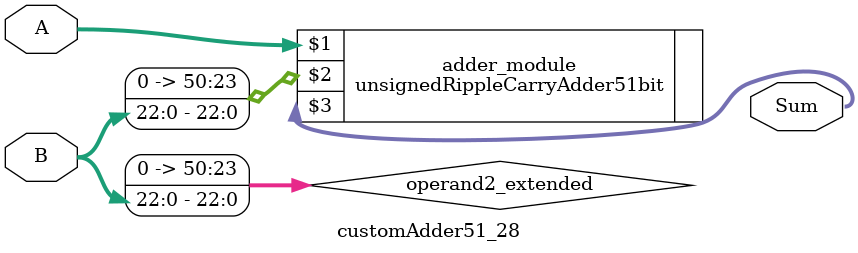
<source format=v>
module customAdder51_28(
                        input [50 : 0] A,
                        input [22 : 0] B,
                        
                        output [51 : 0] Sum
                );

        wire [50 : 0] operand2_extended;
        
        assign operand2_extended =  {28'b0, B};
        
        unsignedRippleCarryAdder51bit adder_module(
            A,
            operand2_extended,
            Sum
        );
        
        endmodule
        
</source>
